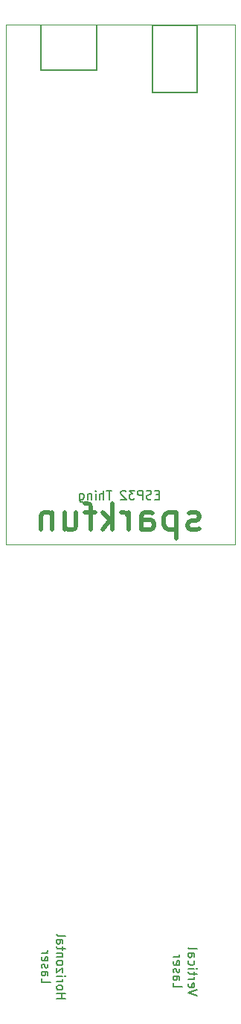
<source format=gbr>
G04 #@! TF.GenerationSoftware,KiCad,Pcbnew,(5.0.1-3-g963ef8bb5)*
G04 #@! TF.CreationDate,2018-11-18T00:16:37+02:00*
G04 #@! TF.ProjectId,volaser,766F6C617365722E6B696361645F7063,rev?*
G04 #@! TF.SameCoordinates,Original*
G04 #@! TF.FileFunction,Legend,Bot*
G04 #@! TF.FilePolarity,Positive*
%FSLAX46Y46*%
G04 Gerber Fmt 4.6, Leading zero omitted, Abs format (unit mm)*
G04 Created by KiCad (PCBNEW (5.0.1-3-g963ef8bb5)) date Sunday, November 18, 2018 at 12:16:37 AM*
%MOMM*%
%LPD*%
G01*
G04 APERTURE LIST*
%ADD10C,0.200000*%
%ADD11C,0.120000*%
%ADD12C,0.150000*%
%ADD13C,0.500000*%
G04 APERTURE END LIST*
D10*
X113897619Y-154738095D02*
X112897619Y-154404761D01*
X113897619Y-154071428D01*
X112945238Y-153357142D02*
X112897619Y-153452380D01*
X112897619Y-153642857D01*
X112945238Y-153738095D01*
X113040476Y-153785714D01*
X113421428Y-153785714D01*
X113516666Y-153738095D01*
X113564285Y-153642857D01*
X113564285Y-153452380D01*
X113516666Y-153357142D01*
X113421428Y-153309523D01*
X113326190Y-153309523D01*
X113230952Y-153785714D01*
X112897619Y-152880952D02*
X113564285Y-152880952D01*
X113373809Y-152880952D02*
X113469047Y-152833333D01*
X113516666Y-152785714D01*
X113564285Y-152690476D01*
X113564285Y-152595238D01*
X113564285Y-152404761D02*
X113564285Y-152023809D01*
X113897619Y-152261904D02*
X113040476Y-152261904D01*
X112945238Y-152214285D01*
X112897619Y-152119047D01*
X112897619Y-152023809D01*
X112897619Y-151690476D02*
X113564285Y-151690476D01*
X113897619Y-151690476D02*
X113850000Y-151738095D01*
X113802380Y-151690476D01*
X113850000Y-151642857D01*
X113897619Y-151690476D01*
X113802380Y-151690476D01*
X112945238Y-150785714D02*
X112897619Y-150880952D01*
X112897619Y-151071428D01*
X112945238Y-151166666D01*
X112992857Y-151214285D01*
X113088095Y-151261904D01*
X113373809Y-151261904D01*
X113469047Y-151214285D01*
X113516666Y-151166666D01*
X113564285Y-151071428D01*
X113564285Y-150880952D01*
X113516666Y-150785714D01*
X112897619Y-149928571D02*
X113421428Y-149928571D01*
X113516666Y-149976190D01*
X113564285Y-150071428D01*
X113564285Y-150261904D01*
X113516666Y-150357142D01*
X112945238Y-149928571D02*
X112897619Y-150023809D01*
X112897619Y-150261904D01*
X112945238Y-150357142D01*
X113040476Y-150404761D01*
X113135714Y-150404761D01*
X113230952Y-150357142D01*
X113278571Y-150261904D01*
X113278571Y-150023809D01*
X113326190Y-149928571D01*
X112897619Y-149309523D02*
X112945238Y-149404761D01*
X113040476Y-149452380D01*
X113897619Y-149452380D01*
X111197619Y-153285714D02*
X111197619Y-153761904D01*
X112197619Y-153761904D01*
X111197619Y-152523809D02*
X111721428Y-152523809D01*
X111816666Y-152571428D01*
X111864285Y-152666666D01*
X111864285Y-152857142D01*
X111816666Y-152952380D01*
X111245238Y-152523809D02*
X111197619Y-152619047D01*
X111197619Y-152857142D01*
X111245238Y-152952380D01*
X111340476Y-153000000D01*
X111435714Y-153000000D01*
X111530952Y-152952380D01*
X111578571Y-152857142D01*
X111578571Y-152619047D01*
X111626190Y-152523809D01*
X111245238Y-152095238D02*
X111197619Y-152000000D01*
X111197619Y-151809523D01*
X111245238Y-151714285D01*
X111340476Y-151666666D01*
X111388095Y-151666666D01*
X111483333Y-151714285D01*
X111530952Y-151809523D01*
X111530952Y-151952380D01*
X111578571Y-152047619D01*
X111673809Y-152095238D01*
X111721428Y-152095238D01*
X111816666Y-152047619D01*
X111864285Y-151952380D01*
X111864285Y-151809523D01*
X111816666Y-151714285D01*
X111245238Y-150857142D02*
X111197619Y-150952380D01*
X111197619Y-151142857D01*
X111245238Y-151238095D01*
X111340476Y-151285714D01*
X111721428Y-151285714D01*
X111816666Y-151238095D01*
X111864285Y-151142857D01*
X111864285Y-150952380D01*
X111816666Y-150857142D01*
X111721428Y-150809523D01*
X111626190Y-150809523D01*
X111530952Y-151285714D01*
X111197619Y-150380952D02*
X111864285Y-150380952D01*
X111673809Y-150380952D02*
X111769047Y-150333333D01*
X111816666Y-150285714D01*
X111864285Y-150190476D01*
X111864285Y-150095238D01*
X97897619Y-155095238D02*
X98897619Y-155095238D01*
X98421428Y-155095238D02*
X98421428Y-154523809D01*
X97897619Y-154523809D02*
X98897619Y-154523809D01*
X97897619Y-153904761D02*
X97945238Y-154000000D01*
X97992857Y-154047619D01*
X98088095Y-154095238D01*
X98373809Y-154095238D01*
X98469047Y-154047619D01*
X98516666Y-154000000D01*
X98564285Y-153904761D01*
X98564285Y-153761904D01*
X98516666Y-153666666D01*
X98469047Y-153619047D01*
X98373809Y-153571428D01*
X98088095Y-153571428D01*
X97992857Y-153619047D01*
X97945238Y-153666666D01*
X97897619Y-153761904D01*
X97897619Y-153904761D01*
X97897619Y-153142857D02*
X98564285Y-153142857D01*
X98373809Y-153142857D02*
X98469047Y-153095238D01*
X98516666Y-153047619D01*
X98564285Y-152952380D01*
X98564285Y-152857142D01*
X97897619Y-152523809D02*
X98564285Y-152523809D01*
X98897619Y-152523809D02*
X98850000Y-152571428D01*
X98802380Y-152523809D01*
X98850000Y-152476190D01*
X98897619Y-152523809D01*
X98802380Y-152523809D01*
X98564285Y-152142857D02*
X98564285Y-151619047D01*
X97897619Y-152142857D01*
X97897619Y-151619047D01*
X97897619Y-151095238D02*
X97945238Y-151190476D01*
X97992857Y-151238095D01*
X98088095Y-151285714D01*
X98373809Y-151285714D01*
X98469047Y-151238095D01*
X98516666Y-151190476D01*
X98564285Y-151095238D01*
X98564285Y-150952380D01*
X98516666Y-150857142D01*
X98469047Y-150809523D01*
X98373809Y-150761904D01*
X98088095Y-150761904D01*
X97992857Y-150809523D01*
X97945238Y-150857142D01*
X97897619Y-150952380D01*
X97897619Y-151095238D01*
X98564285Y-150333333D02*
X97897619Y-150333333D01*
X98469047Y-150333333D02*
X98516666Y-150285714D01*
X98564285Y-150190476D01*
X98564285Y-150047619D01*
X98516666Y-149952380D01*
X98421428Y-149904761D01*
X97897619Y-149904761D01*
X98564285Y-149571428D02*
X98564285Y-149190476D01*
X98897619Y-149428571D02*
X98040476Y-149428571D01*
X97945238Y-149380952D01*
X97897619Y-149285714D01*
X97897619Y-149190476D01*
X97897619Y-148428571D02*
X98421428Y-148428571D01*
X98516666Y-148476190D01*
X98564285Y-148571428D01*
X98564285Y-148761904D01*
X98516666Y-148857142D01*
X97945238Y-148428571D02*
X97897619Y-148523809D01*
X97897619Y-148761904D01*
X97945238Y-148857142D01*
X98040476Y-148904761D01*
X98135714Y-148904761D01*
X98230952Y-148857142D01*
X98278571Y-148761904D01*
X98278571Y-148523809D01*
X98326190Y-148428571D01*
X97897619Y-147809523D02*
X97945238Y-147904761D01*
X98040476Y-147952380D01*
X98897619Y-147952380D01*
X96197619Y-152785714D02*
X96197619Y-153261904D01*
X97197619Y-153261904D01*
X96197619Y-152023809D02*
X96721428Y-152023809D01*
X96816666Y-152071428D01*
X96864285Y-152166666D01*
X96864285Y-152357142D01*
X96816666Y-152452380D01*
X96245238Y-152023809D02*
X96197619Y-152119047D01*
X96197619Y-152357142D01*
X96245238Y-152452380D01*
X96340476Y-152500000D01*
X96435714Y-152500000D01*
X96530952Y-152452380D01*
X96578571Y-152357142D01*
X96578571Y-152119047D01*
X96626190Y-152023809D01*
X96245238Y-151595238D02*
X96197619Y-151500000D01*
X96197619Y-151309523D01*
X96245238Y-151214285D01*
X96340476Y-151166666D01*
X96388095Y-151166666D01*
X96483333Y-151214285D01*
X96530952Y-151309523D01*
X96530952Y-151452380D01*
X96578571Y-151547619D01*
X96673809Y-151595238D01*
X96721428Y-151595238D01*
X96816666Y-151547619D01*
X96864285Y-151452380D01*
X96864285Y-151309523D01*
X96816666Y-151214285D01*
X96245238Y-150357142D02*
X96197619Y-150452380D01*
X96197619Y-150642857D01*
X96245238Y-150738095D01*
X96340476Y-150785714D01*
X96721428Y-150785714D01*
X96816666Y-150738095D01*
X96864285Y-150642857D01*
X96864285Y-150452380D01*
X96816666Y-150357142D01*
X96721428Y-150309523D01*
X96626190Y-150309523D01*
X96530952Y-150785714D01*
X96197619Y-149880952D02*
X96864285Y-149880952D01*
X96673809Y-149880952D02*
X96769047Y-149833333D01*
X96816666Y-149785714D01*
X96864285Y-149690476D01*
X96864285Y-149595238D01*
D11*
G04 #@! TO.C,U3*
X118150000Y-44490000D02*
X118150000Y-103490000D01*
X92150000Y-103490000D02*
X92150000Y-44490000D01*
X92150000Y-44490000D02*
X118150000Y-44490000D01*
X118150000Y-103490000D02*
X92150000Y-103490000D01*
D12*
X113910000Y-44610000D02*
X113910000Y-52230000D01*
X113910000Y-52230000D02*
X108830000Y-52230000D01*
X108830000Y-52230000D02*
X108830000Y-44610000D01*
X108830000Y-44610000D02*
X113910000Y-44610000D01*
X102480000Y-44610000D02*
X102480000Y-49690000D01*
X102480000Y-49690000D02*
X96130000Y-49690000D01*
X96130000Y-49690000D02*
X96130000Y-44610000D01*
D13*
X114091428Y-101704285D02*
X113805714Y-101847142D01*
X113234285Y-101847142D01*
X112948571Y-101704285D01*
X112805714Y-101418571D01*
X112805714Y-101275714D01*
X112948571Y-100990000D01*
X113234285Y-100847142D01*
X113662857Y-100847142D01*
X113948571Y-100704285D01*
X114091428Y-100418571D01*
X114091428Y-100275714D01*
X113948571Y-99990000D01*
X113662857Y-99847142D01*
X113234285Y-99847142D01*
X112948571Y-99990000D01*
X111520000Y-99847142D02*
X111520000Y-102847142D01*
X111520000Y-99990000D02*
X111234285Y-99847142D01*
X110662857Y-99847142D01*
X110377142Y-99990000D01*
X110234285Y-100132857D01*
X110091428Y-100418571D01*
X110091428Y-101275714D01*
X110234285Y-101561428D01*
X110377142Y-101704285D01*
X110662857Y-101847142D01*
X111234285Y-101847142D01*
X111520000Y-101704285D01*
X107520000Y-101847142D02*
X107520000Y-100275714D01*
X107662857Y-99990000D01*
X107948571Y-99847142D01*
X108520000Y-99847142D01*
X108805714Y-99990000D01*
X107520000Y-101704285D02*
X107805714Y-101847142D01*
X108520000Y-101847142D01*
X108805714Y-101704285D01*
X108948571Y-101418571D01*
X108948571Y-101132857D01*
X108805714Y-100847142D01*
X108520000Y-100704285D01*
X107805714Y-100704285D01*
X107520000Y-100561428D01*
X106091428Y-101847142D02*
X106091428Y-99847142D01*
X106091428Y-100418571D02*
X105948571Y-100132857D01*
X105805714Y-99990000D01*
X105520000Y-99847142D01*
X105234285Y-99847142D01*
X104234285Y-101847142D02*
X104234285Y-98847142D01*
X103948571Y-100704285D02*
X103091428Y-101847142D01*
X103091428Y-99847142D02*
X104234285Y-100990000D01*
X102234285Y-99847142D02*
X101091428Y-99847142D01*
X101805714Y-101847142D02*
X101805714Y-99275714D01*
X101662857Y-98990000D01*
X101377142Y-98847142D01*
X101091428Y-98847142D01*
X98805714Y-99847142D02*
X98805714Y-101847142D01*
X100091428Y-99847142D02*
X100091428Y-101418571D01*
X99948571Y-101704285D01*
X99662857Y-101847142D01*
X99234285Y-101847142D01*
X98948571Y-101704285D01*
X98805714Y-101561428D01*
X97377142Y-99847142D02*
X97377142Y-101847142D01*
X97377142Y-100132857D02*
X97234285Y-99990000D01*
X96948571Y-99847142D01*
X96520000Y-99847142D01*
X96234285Y-99990000D01*
X96091428Y-100275714D01*
X96091428Y-101847142D01*
D12*
X109520000Y-97878571D02*
X109186666Y-97878571D01*
X109043809Y-98402380D02*
X109520000Y-98402380D01*
X109520000Y-97402380D01*
X109043809Y-97402380D01*
X108662857Y-98354761D02*
X108520000Y-98402380D01*
X108281904Y-98402380D01*
X108186666Y-98354761D01*
X108139047Y-98307142D01*
X108091428Y-98211904D01*
X108091428Y-98116666D01*
X108139047Y-98021428D01*
X108186666Y-97973809D01*
X108281904Y-97926190D01*
X108472380Y-97878571D01*
X108567619Y-97830952D01*
X108615238Y-97783333D01*
X108662857Y-97688095D01*
X108662857Y-97592857D01*
X108615238Y-97497619D01*
X108567619Y-97450000D01*
X108472380Y-97402380D01*
X108234285Y-97402380D01*
X108091428Y-97450000D01*
X107662857Y-98402380D02*
X107662857Y-97402380D01*
X107281904Y-97402380D01*
X107186666Y-97450000D01*
X107139047Y-97497619D01*
X107091428Y-97592857D01*
X107091428Y-97735714D01*
X107139047Y-97830952D01*
X107186666Y-97878571D01*
X107281904Y-97926190D01*
X107662857Y-97926190D01*
X106758095Y-97402380D02*
X106139047Y-97402380D01*
X106472380Y-97783333D01*
X106329523Y-97783333D01*
X106234285Y-97830952D01*
X106186666Y-97878571D01*
X106139047Y-97973809D01*
X106139047Y-98211904D01*
X106186666Y-98307142D01*
X106234285Y-98354761D01*
X106329523Y-98402380D01*
X106615238Y-98402380D01*
X106710476Y-98354761D01*
X106758095Y-98307142D01*
X105758095Y-97497619D02*
X105710476Y-97450000D01*
X105615238Y-97402380D01*
X105377142Y-97402380D01*
X105281904Y-97450000D01*
X105234285Y-97497619D01*
X105186666Y-97592857D01*
X105186666Y-97688095D01*
X105234285Y-97830952D01*
X105805714Y-98402380D01*
X105186666Y-98402380D01*
X104139047Y-97402380D02*
X103567619Y-97402380D01*
X103853333Y-98402380D02*
X103853333Y-97402380D01*
X103234285Y-98402380D02*
X103234285Y-97402380D01*
X102805714Y-98402380D02*
X102805714Y-97878571D01*
X102853333Y-97783333D01*
X102948571Y-97735714D01*
X103091428Y-97735714D01*
X103186666Y-97783333D01*
X103234285Y-97830952D01*
X102329523Y-98402380D02*
X102329523Y-97735714D01*
X102329523Y-97402380D02*
X102377142Y-97450000D01*
X102329523Y-97497619D01*
X102281904Y-97450000D01*
X102329523Y-97402380D01*
X102329523Y-97497619D01*
X101853333Y-97735714D02*
X101853333Y-98402380D01*
X101853333Y-97830952D02*
X101805714Y-97783333D01*
X101710476Y-97735714D01*
X101567619Y-97735714D01*
X101472380Y-97783333D01*
X101424761Y-97878571D01*
X101424761Y-98402380D01*
X100520000Y-97735714D02*
X100520000Y-98545238D01*
X100567619Y-98640476D01*
X100615238Y-98688095D01*
X100710476Y-98735714D01*
X100853333Y-98735714D01*
X100948571Y-98688095D01*
X100520000Y-98354761D02*
X100615238Y-98402380D01*
X100805714Y-98402380D01*
X100900952Y-98354761D01*
X100948571Y-98307142D01*
X100996190Y-98211904D01*
X100996190Y-97926190D01*
X100948571Y-97830952D01*
X100900952Y-97783333D01*
X100805714Y-97735714D01*
X100615238Y-97735714D01*
X100520000Y-97783333D01*
G04 #@! TD*
M02*

</source>
